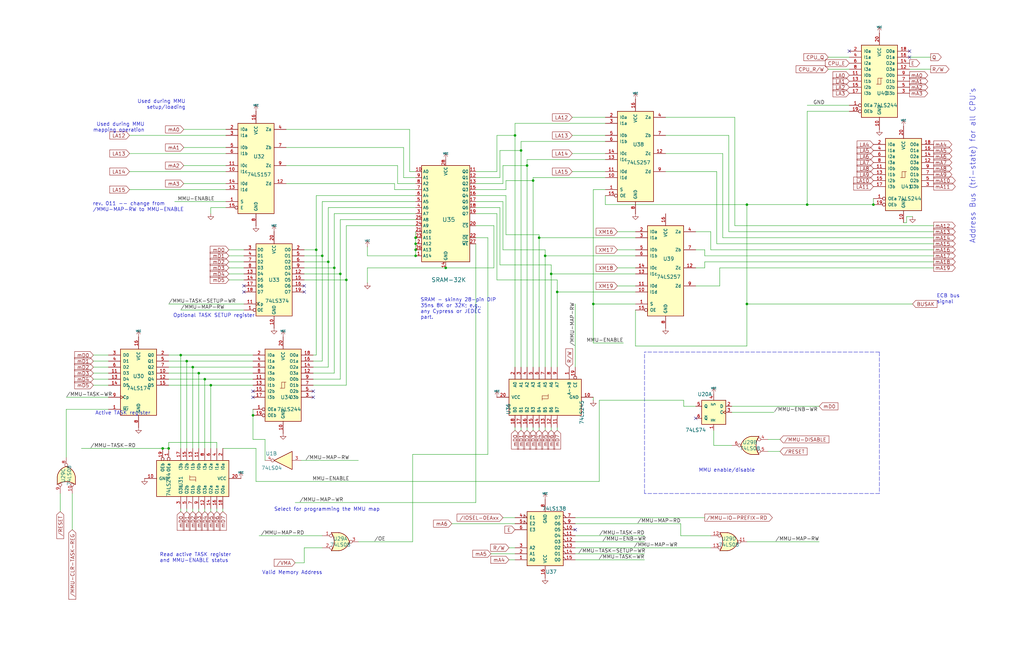
<source format=kicad_sch>
(kicad_sch (version 20231120) (generator "eeschema") (generator_version "8.0")
  (paper "B")
  (title_block (title "6809 and 6502 ATX and 6U") (date "19 feb 2014") (rev "012") (company "N8VEM Users Group") (comment 1 "Licensed for hobbyist use only.  All other rights reserved.") (comment 2 "Copyright (c) 2013-2014  Andrew Lynch and John Coffman"))
  (lib_symbols
    (symbol "74xx:74LS04"
      (property "Reference" "U" (at 0 1.27 0))
      (property "Value" "74LS04" (at 0 -1.27 0))
      (symbol "74LS04_1_0"
        (pin input line (at -7.62 0 0) (length 3.81) (name "~") (number "1"))
        (pin output inverted (at 7.62 0 180) (length 3.81) (name "~") (number "2"))
      )
      (symbol "74LS04_2_0"
        (pin input line (at -7.62 0 0) (length 3.81) (name "~") (number "3"))
        (pin output inverted (at 7.62 0 180) (length 3.81) (name "~") (number "4"))
      )
      (symbol "74LS04_3_0"
        (pin input line (at -7.62 0 0) (length 3.81) (name "~") (number "5"))
        (pin output inverted (at 7.62 0 180) (length 3.81) (name "~") (number "6"))
      )
      (symbol "74LS04_4_0"
        (pin output inverted (at 7.62 0 180) (length 3.81) (name "~") (number "8"))
        (pin input line (at -7.62 0 0) (length 3.81) (name "~") (number "9"))
      )
      (symbol "74LS04_5_0"
        (pin output inverted (at 7.62 0 180) (length 3.81) (name "~") (number "10"))
        (pin input line (at -7.62 0 0) (length 3.81) (name "~") (number "11"))
      )
      (symbol "74LS04_6_0"
        (pin output inverted (at 7.62 0 180) (length 3.81) (name "~") (number "12"))
        (pin input line (at -7.62 0 0) (length 3.81) (name "~") (number "13"))
      )
      (symbol "74LS04_7_0"
        (pin power_in line (at 0 12.7 270) (length 5.08) (name "VCC") (number "14"))
        (pin power_in line (at 0 -12.7 90) (length 5.08) (name "GND") (number "7"))
      )
    )
    (symbol "74xx:74LS08" (pin_names (offset 1.016))
      (property "Reference" "U" (at 0 1.27 0))
      (property "Value" "74LS08" (at 0 -1.27 0))
      (symbol "74LS08_1_1"
        (pin input line (at -7.62 2.54 0) (length 3.81) (name "~") (number "1"))
        (pin input line (at -7.62 -2.54 0) (length 3.81) (name "~") (number "2"))
        (pin output line (at 7.62 0 180) (length 3.81) (name "~") (number "3"))
      )
      (symbol "74LS08_1_2"
        (pin input inverted (at -7.62 2.54 0) (length 4.318) (name "~") (number "1"))
        (pin input inverted (at -7.62 -2.54 0) (length 4.318) (name "~") (number "2"))
        (pin output inverted (at 7.62 0 180) (length 3.81) (name "~") (number "3"))
      )
      (symbol "74LS08_2_1"
        (pin input line (at -7.62 2.54 0) (length 3.81) (name "~") (number "4"))
        (pin input line (at -7.62 -2.54 0) (length 3.81) (name "~") (number "5"))
        (pin output line (at 7.62 0 180) (length 3.81) (name "~") (number "6"))
      )
      (symbol "74LS08_2_2"
        (pin input inverted (at -7.62 2.54 0) (length 4.318) (name "~") (number "4"))
        (pin input inverted (at -7.62 -2.54 0) (length 4.318) (name "~") (number "5"))
        (pin output inverted (at 7.62 0 180) (length 3.81) (name "~") (number "6"))
      )
      (symbol "74LS08_3_1"
        (pin input line (at -7.62 -2.54 0) (length 3.81) (name "~") (number "10"))
        (pin output line (at 7.62 0 180) (length 3.81) (name "~") (number "8"))
        (pin input line (at -7.62 2.54 0) (length 3.81) (name "~") (number "9"))
      )
      (symbol "74LS08_3_2"
        (pin input inverted (at -7.62 -2.54 0) (length 4.318) (name "~") (number "10"))
        (pin output inverted (at 7.62 0 180) (length 3.81) (name "~") (number "8"))
        (pin input inverted (at -7.62 2.54 0) (length 4.318) (name "~") (number "9"))
      )
      (symbol "74LS08_4_1"
        (pin output line (at 7.62 0 180) (length 3.81) (name "~") (number "11"))
        (pin input line (at -7.62 2.54 0) (length 3.81) (name "~") (number "12"))
        (pin input line (at -7.62 -2.54 0) (length 3.81) (name "~") (number "13"))
      )
      (symbol "74LS08_4_2"
        (pin output inverted (at 7.62 0 180) (length 3.81) (name "~") (number "11"))
        (pin input inverted (at -7.62 2.54 0) (length 4.318) (name "~") (number "12"))
        (pin input inverted (at -7.62 -2.54 0) (length 4.318) (name "~") (number "13"))
      )
      (symbol "74LS08_5_0"
        (pin power_in line (at 0 12.7 270) (length 5.08) (name "VCC") (number "14"))
        (pin power_in line (at 0 -12.7 90) (length 5.08) (name "GND") (number "7"))
      )
    )
    (symbol "74xx:74LS138" (pin_names (offset 1.016))
      (property "Reference" "U" (at -7.62 11.43 0))
      (property "Value" "74LS138" (at -7.62 -13.97 0))
      (symbol "74LS138_1_0"
        (pin input line (at -12.7 7.62 0) (length 5.08) (name "A0") (number "1"))
        (pin output output_low (at 12.7 -5.08 180) (length 5.08) (name "O5") (number "10"))
        (pin output output_low (at 12.7 -2.54 180) (length 5.08) (name "O4") (number "11"))
        (pin output output_low (at 12.7 0 180) (length 5.08) (name "O3") (number "12"))
        (pin output output_low (at 12.7 2.54 180) (length 5.08) (name "O2") (number "13"))
        (pin output output_low (at 12.7 5.08 180) (length 5.08) (name "O1") (number "14"))
        (pin output output_low (at 12.7 7.62 180) (length 5.08) (name "O0") (number "15"))
        (pin power_in line (at 0 15.24 270) (length 5.08) (name "VCC") (number "16"))
        (pin input line (at -12.7 5.08 0) (length 5.08) (name "A1") (number "2"))
        (pin input line (at -12.7 2.54 0) (length 5.08) (name "A2") (number "3"))
        (pin input input_low (at -12.7 -10.16 0) (length 5.08) (name "E1") (number "4"))
        (pin input input_low (at -12.7 -7.62 0) (length 5.08) (name "E2") (number "5"))
        (pin input line (at -12.7 -5.08 0) (length 5.08) (name "E3") (number "6"))
        (pin output output_low (at 12.7 -10.16 180) (length 5.08) (name "O7") (number "7"))
        (pin power_in line (at 0 -17.78 90) (length 5.08) (name "GND") (number "8"))
        (pin output output_low (at 12.7 -7.62 180) (length 5.08) (name "O6") (number "9"))
      )
    )
    (symbol "74xx:74LS157" (pin_names (offset 1.016))
      (property "Reference" "U" (at -7.62 19.05 0))
      (property "Value" "74LS157" (at -7.62 -21.59 0))
      (symbol "74LS157_1_0"
        (pin input line (at -12.7 -15.24 0) (length 5.08) (name "S") (number "1"))
        (pin input line (at -12.7 -2.54 0) (length 5.08) (name "I1c") (number "10"))
        (pin input line (at -12.7 0 0) (length 5.08) (name "I0c") (number "11"))
        (pin output line (at 12.7 -7.62 180) (length 5.08) (name "Zd") (number "12"))
        (pin input line (at -12.7 -10.16 0) (length 5.08) (name "I1d") (number "13"))
        (pin input line (at -12.7 -7.62 0) (length 5.08) (name "I0d") (number "14"))
        (pin input inverted (at -12.7 -17.78 0) (length 5.08) (name "E") (number "15"))
        (pin power_in line (at 0 22.86 270) (length 5.08) (name "VCC") (number "16"))
        (pin input line (at -12.7 15.24 0) (length 5.08) (name "I0a") (number "2"))
        (pin input line (at -12.7 12.7 0) (length 5.08) (name "I1a") (number "3"))
        (pin output line (at 12.7 15.24 180) (length 5.08) (name "Za") (number "4"))
        (pin input line (at -12.7 7.62 0) (length 5.08) (name "I0b") (number "5"))
        (pin input line (at -12.7 5.08 0) (length 5.08) (name "I1b") (number "6"))
        (pin output line (at 12.7 7.62 180) (length 5.08) (name "Zb") (number "7"))
        (pin power_in line (at 0 -25.4 90) (length 5.08) (name "GND") (number "8"))
        (pin output line (at 12.7 0 180) (length 5.08) (name "Zc") (number "9"))
      )
    )
    (symbol "74xx:74LS174" (pin_names (offset 1.016))
      (property "Reference" "U" (at -7.62 13.97 0))
      (property "Value" "74LS174" (at -7.62 -16.51 0))
      (symbol "74LS174_1_0"
        (pin input line (at -12.7 -12.7 0) (length 5.08) (name "~{Mr}") (number "1"))
        (pin output line (at 12.7 2.54 180) (length 5.08) (name "Q3") (number "10"))
        (pin input line (at -12.7 2.54 0) (length 5.08) (name "D3") (number "11"))
        (pin output line (at 12.7 0 180) (length 5.08) (name "Q4") (number "12"))
        (pin input line (at -12.7 0 0) (length 5.08) (name "D4") (number "13"))
        (pin input line (at -12.7 -2.54 0) (length 5.08) (name "D5") (number "14"))
        (pin output line (at 12.7 -2.54 180) (length 5.08) (name "Q5") (number "15"))
        (pin power_in line (at 0 17.78 270) (length 5.08) (name "VCC") (number "16"))
        (pin output line (at 12.7 10.16 180) (length 5.08) (name "Q0") (number "2"))
        (pin input line (at -12.7 10.16 0) (length 5.08) (name "D0") (number "3"))
        (pin input line (at -12.7 7.62 0) (length 5.08) (name "D1") (number "4"))
        (pin output line (at 12.7 7.62 180) (length 5.08) (name "Q1") (number "5"))
        (pin input line (at -12.7 5.08 0) (length 5.08) (name "D2") (number "6"))
        (pin output line (at 12.7 5.08 180) (length 5.08) (name "Q2") (number "7"))
        (pin power_in line (at 0 -20.32 90) (length 5.08) (name "GND") (number "8"))
        (pin input clock (at -12.7 -7.62 0) (length 5.08) (name "Cp") (number "9"))
      )
    )
    (symbol "74xx:74LS244" (pin_names (offset 1.016))
      (property "Reference" "U" (at -7.62 16.51 0))
      (property "Value" "74LS244" (at -7.62 -16.51 0))
      (symbol "74LS244_1_0"
        (pin input inverted (at -12.7 -10.16 0) (length 5.08) (name "OEa") (number "1"))
        (pin power_in line (at 0 -20.32 90) (length 5.08) (name "GND") (number "10"))
        (pin input line (at -12.7 2.54 0) (length 5.08) (name "I0b") (number "11"))
        (pin tri_state line (at 12.7 5.08 180) (length 5.08) (name "O3a") (number "12"))
        (pin input line (at -12.7 0 0) (length 5.08) (name "I1b") (number "13"))
        (pin tri_state line (at 12.7 7.62 180) (length 5.08) (name "O2a") (number "14"))
        (pin input line (at -12.7 -2.54 0) (length 5.08) (name "I2b") (number "15"))
        (pin tri_state line (at 12.7 10.16 180) (length 5.08) (name "O1a") (number "16"))
        (pin input line (at -12.7 -5.08 0) (length 5.08) (name "I3b") (number "17"))
        (pin tri_state line (at 12.7 12.7 180) (length 5.08) (name "O0a") (number "18"))
        (pin input inverted (at -12.7 -12.7 0) (length 5.08) (name "OEb") (number "19"))
        (pin input line (at -12.7 12.7 0) (length 5.08) (name "I0a") (number "2"))
        (pin power_in line (at 0 20.32 270) (length 5.08) (name "VCC") (number "20"))
        (pin tri_state line (at 12.7 -5.08 180) (length 5.08) (name "O3b") (number "3"))
        (pin input line (at -12.7 10.16 0) (length 5.08) (name "I1a") (number "4"))
        (pin tri_state line (at 12.7 -2.54 180) (length 5.08) (name "O2b") (number "5"))
        (pin input line (at -12.7 7.62 0) (length 5.08) (name "I2a") (number "6"))
        (pin tri_state line (at 12.7 0 180) (length 5.08) (name "O1b") (number "7"))
        (pin input line (at -12.7 5.08 0) (length 5.08) (name "I3a") (number "8"))
        (pin tri_state line (at 12.7 2.54 180) (length 5.08) (name "O0b") (number "9"))
      )
    )
    (symbol "74xx:74LS245" (pin_names (offset 1.016))
      (property "Reference" "U" (at -7.62 16.51 0))
      (property "Value" "74LS245" (at -7.62 -16.51 0))
      (symbol "74LS245_1_0"
        (pin input line (at -12.7 -10.16 0) (length 5.08) (name "A->B") (number "1"))
        (pin power_in line (at 0 -20.32 90) (length 5.08) (name "GND") (number "10"))
        (pin tri_state line (at 12.7 -5.08 180) (length 5.08) (name "B7") (number "11"))
        (pin tri_state line (at 12.7 -2.54 180) (length 5.08) (name "B6") (number "12"))
        (pin tri_state line (at 12.7 0 180) (length 5.08) (name "B5") (number "13"))
        (pin tri_state line (at 12.7 2.54 180) (length 5.08) (name "B4") (number "14"))
        (pin tri_state line (at 12.7 5.08 180) (length 5.08) (name "B3") (number "15"))
        (pin tri_state line (at 12.7 7.62 180) (length 5.08) (name "B2") (number "16"))
        (pin tri_state line (at 12.7 10.16 180) (length 5.08) (name "B1") (number "17"))
        (pin tri_state line (at 12.7 12.7 180) (length 5.08) (name "B0") (number "18"))
        (pin input inverted (at -12.7 -12.7 0) (length 5.08) (name "CE") (number "19"))
        (pin tri_state line (at -12.7 12.7 0) (length 5.08) (name "A0") (number "2"))
        (pin power_in line (at 0 20.32 270) (length 5.08) (name "VCC") (number "20"))
        (pin tri_state line (at -12.7 10.16 0) (length 5.08) (name "A1") (number "3"))
        (pin tri_state line (at -12.7 7.62 0) (length 5.08) (name "A2") (number "4"))
        (pin tri_state line (at -12.7 5.08 0) (length 5.08) (name "A3") (number "5"))
        (pin tri_state line (at -12.7 2.54 0) (length 5.08) (name "A4") (number "6"))
        (pin tri_state line (at -12.7 0 0) (length 5.08) (name "A5") (number "7"))
        (pin tri_state line (at -12.7 -2.54 0) (length 5.08) (name "A6") (number "8"))
        (pin tri_state line (at -12.7 -5.08 0) (length 5.08) (name "A7") (number "9"))
      )
    )
    (symbol "74xx:74LS257" (pin_names (offset 1.016))
      (property "Reference" "U" (at -7.62 19.05 0))
      (property "Value" "74LS257" (at -7.62 -21.59 0))
      (symbol "74LS257_1_0"
        (pin input line (at -12.7 -15.24 0) (length 5.08) (name "S") (number "1"))
        (pin input line (at -12.7 -10.16 0) (length 5.08) (name "I1d") (number "10"))
        (pin input line (at -12.7 -7.62 0) (length 5.08) (name "I0d") (number "11"))
        (pin tri_state line (at 12.7 0 180) (length 5.08) (name "Zc") (number "12"))
        (pin input line (at -12.7 -2.54 0) (length 5.08) (name "I1c") (number "13"))
        (pin input line (at -12.7 0 0) (length 5.08) (name "I0c") (number "14"))
        (pin input inverted (at -12.7 -17.78 0) (length 5.08) (name "OE") (number "15"))
        (pin power_in line (at 0 22.86 270) (length 5.08) (name "VCC") (number "16"))
        (pin input line (at -12.7 15.24 0) (length 5.08) (name "I0a") (number "2"))
        (pin input line (at -12.7 12.7 0) (length 5.08) (name "I1a") (number "3"))
        (pin tri_state line (at 12.7 15.24 180) (length 5.08) (name "Za") (number "4"))
        (pin input line (at -12.7 7.62 0) (length 5.08) (name "I0b") (number "5"))
        (pin input line (at -12.7 5.08 0) (length 5.08) (name "I1b") (number "6"))
        (pin tri_state line (at 12.7 7.62 180) (length 5.08) (name "Zb") (number "7"))
        (pin power_in line (at 0 -25.4 90) (length 5.08) (name "GND") (number "8"))
        (pin tri_state line (at 12.7 -7.62 180) (length 5.08) (name "Zd") (number "9"))
      )
    )
    (symbol "74xx:74LS374"
      (property "Reference" "U" (at -7.62 16.51 0))
      (property "Value" "74LS374" (at -7.62 -16.51 0))
      (symbol "74LS374_1_0"
        (pin input inverted (at -12.7 -12.7 0) (length 5.08) (name "OE") (number "1"))
        (pin power_in line (at 0 -20.32 90) (length 5.08) (name "GND") (number "10"))
        (pin input clock (at -12.7 -10.16 0) (length 5.08) (name "Cp") (number "11"))
        (pin tri_state line (at 12.7 2.54 180) (length 5.08) (name "O4") (number "12"))
        (pin input line (at -12.7 2.54 0) (length 5.08) (name "D4") (number "13"))
        (pin input line (at -12.7 0 0) (length 5.08) (name "D5") (number "14"))
        (pin tri_state line (at 12.7 0 180) (length 5.08) (name "O5") (number "15"))
        (pin tri_state line (at 12.7 -2.54 180) (length 5.08) (name "O6") (number "16"))
        (pin input line (at -12.7 -2.54 0) (length 5.08) (name "D6") (number "17"))
        (pin input line (at -12.7 -5.08 0) (length 5.08) (name "D7") (number "18"))
        (pin tri_state line (at 12.7 -5.08 180) (length 5.08) (name "O7") (number "19"))
        (pin tri_state line (at 12.7 12.7 180) (length 5.08) (name "O0") (number "2"))
        (pin power_in line (at 0 20.32 270) (length 5.08) (name "VCC") (number "20"))
        (pin input line (at -12.7 12.7 0) (length 5.08) (name "D0") (number "3"))
        (pin input line (at -12.7 10.16 0) (length 5.08) (name "D1") (number "4"))
        (pin tri_state line (at 12.7 10.16 180) (length 5.08) (name "O1") (number "5"))
        (pin tri_state line (at 12.7 7.62 180) (length 5.08) (name "O2") (number "6"))
        (pin input line (at -12.7 7.62 0) (length 5.08) (name "D2") (number "7"))
        (pin input line (at -12.7 5.08 0) (length 5.08) (name "D3") (number "8"))
        (pin tri_state line (at 12.7 5.08 180) (length 5.08) (name "O3") (number "9"))
      )
    )
    (symbol "74xx:74LS74" (pin_names (offset 1.016))
      (property "Reference" "U" (at -7.62 8.89 0))
      (property "Value" "74LS74" (at -7.62 -8.89 0))
      (symbol "74LS74_1_0"
        (pin input line (at 0 -7.62 90) (length 2.54) (name "~{R}") (number "1"))
        (pin input line (at -7.62 2.54 0) (length 2.54) (name "D") (number "2"))
        (pin input clock (at -7.62 0 0) (length 2.54) (name "C") (number "3"))
        (pin input line (at 0 7.62 270) (length 2.54) (name "~{S}") (number "4"))
        (pin output line (at 7.62 2.54 180) (length 2.54) (name "Q") (number "5"))
        (pin output line (at 7.62 -2.54 180) (length 2.54) (name "~{Q}") (number "6"))
      )
      (symbol "74LS74_2_0"
        (pin input line (at 0 7.62 270) (length 2.54) (name "~{S}") (number "10"))
        (pin input clock (at -7.62 0 0) (length 2.54) (name "C") (number "11"))
        (pin input line (at -7.62 2.54 0) (length 2.54) (name "D") (number "12"))
        (pin input line (at 0 -7.62 90) (length 2.54) (name "~{R}") (number "13"))
        (pin output line (at 7.62 -2.54 180) (length 2.54) (name "~{Q}") (number "8"))
        (pin output line (at 7.62 2.54 180) (length 2.54) (name "Q") (number "9"))
      )
      (symbol "74LS74_3_0"
        (pin power_in line (at 0 10.16 270) (length 2.54) (name "VCC") (number "14"))
        (pin power_in line (at 0 -10.16 90) (length 2.54) (name "GND") (number "7"))
      )
    )
    (symbol "Memory_RAM:CY62256-70PC"
      (property "Reference" "U" (at -10.16 20.955 0))
      (property "Value" "CY62256-70PC" (at 2.54 20.955 0))
      (symbol "CY62256-70PC_0_0"
        (pin power_in line (at 0 -22.86 90) (length 2.54) (name "GND") (number "14"))
        (pin power_in line (at 0 22.86 270) (length 2.54) (name "VCC") (number "28"))
      )
      (symbol "CY62256-70PC_1_1"
        (pin input line (at -12.7 -17.78 0) (length 2.54) (name "A14") (number "1"))
        (pin input line (at -12.7 17.78 0) (length 2.54) (name "A0") (number "10"))
        (pin tri_state line (at 12.7 17.78 180) (length 2.54) (name "Q0") (number "11"))
        (pin tri_state line (at 12.7 15.24 180) (length 2.54) (name "Q1") (number "12"))
        (pin tri_state line (at 12.7 12.7 180) (length 2.54) (name "Q2") (number "13"))
        (pin tri_state line (at 12.7 10.16 180) (length 2.54) (name "Q3") (number "15"))
        (pin tri_state line (at 12.7 7.62 180) (length 2.54) (name "Q4") (number "16"))
        (pin tri_state line (at 12.7 5.08 180) (length 2.54) (name "Q5") (number "17"))
        (pin tri_state line (at 12.7 2.54 180) (length 2.54) (name "Q6") (number "18"))
        (pin tri_state line (at 12.7 0 180) (length 2.54) (name "Q7") (number "19"))
        (pin input line (at -12.7 -12.7 0) (length 2.54) (name "A12") (number "2"))
        (pin input line (at 12.7 -5.08 180) (length 2.54) (name "~{CS}") (number "20"))
        (pin input line (at -12.7 -7.62 0) (length 2.54) (name "A10") (number "21"))
        (pin input line (at 12.7 -10.16 180) (length 2.54) (name "~{OE}") (number "22"))
        (pin input line (at -12.7 -10.16 0) (length 2.54) (name "A11") (number "23"))
        (pin input line (at -12.7 -5.08 0) (length 2.54) (name "A9") (number "24"))
        (pin input line (at -12.7 -2.54 0) (length 2.54) (name "A8") (number "25"))
        (pin input line (at -12.7 -15.24 0) (length 2.54) (name "A13") (number "26"))
        (pin input line (at 12.7 -12.7 180) (length 2.54) (name "~{WE}") (number "27"))
        (pin input line (at -12.7 0 0) (length 2.54) (name "A7") (number "3"))
        (pin input line (at -12.7 2.54 0) (length 2.54) (name "A6") (number "4"))
        (pin input line (at -12.7 5.08 0) (length 2.54) (name "A5") (number "5"))
        (pin input line (at -12.7 7.62 0) (length 2.54) (name "A4") (number "6"))
        (pin input line (at -12.7 10.16 0) (length 2.54) (name "A3") (number "7"))
        (pin input line (at -12.7 12.7 0) (length 2.54) (name "A2") (number "8"))
        (pin input line (at -12.7 15.24 0) (length 2.54) (name "A1") (number "9"))
      )
    )
    (symbol "power:GND" (power) (pin_numbers hide) (pin_names (offset 0) hide)
      (property "Value" "GND" (at 0 -3.81 0))
      (symbol "GND_1_1"
        (pin power_in line (at 0 0 270) (length 0) (name "~") (number "1"))
      )
    )
    (symbol "power:VCC" (power) (pin_numbers hide) (pin_names (offset 0) hide)
      (property "Value" "VCC" (at 0 3.556 0))
      (symbol "VCC_1_1"
        (pin power_in line (at 0 0 90) (length 0) (name "~") (number "1"))
      )
    )
  )
  (junction (at 146.05 118.11))
  (junction (at 187.96 113.03))
  (junction (at 368.3 86.36))
  (junction (at 76.2 149.86))
  (junction (at 227.33 100.33))
  (junction (at 83.82 157.48))
  (junction (at 224.79 76.2))
  (junction (at 175.26 102.87))
  (junction (at 71.12 189.23))
  (junction (at 143.51 115.57))
  (junction (at 219.71 63.5))
  (junction (at 78.74 152.4))
  (junction (at 175.26 107.95))
  (junction (at 217.17 57.15))
  (junction (at 229.87 107.95))
  (junction (at 68.58 189.23))
  (junction (at 106.68 175.26))
  (junction (at 81.28 154.94))
  (junction (at 175.26 100.33))
  (junction (at 222.25 69.85))
  (junction (at 340.36 86.36))
  (junction (at 140.97 113.03))
  (junction (at 250.19 128.27))
  (junction (at 133.35 105.41))
  (junction (at 138.43 110.49))
  (junction (at 232.41 115.57))
  (junction (at 88.9 162.56))
  (junction (at 175.26 105.41))
  (junction (at 314.96 128.27))
  (junction (at 86.36 160.02))
  (junction (at 314.96 86.36))
  (junction (at 135.89 107.95))
  (junction (at 234.95 123.19))
  (no_connect (at 383.54 21.59))
  (no_connect (at 293.37 176.53))
  (no_connect (at 128.27 123.19))
  (no_connect (at 242.57 223.52))
  (no_connect (at 106.68 167.64))
  (no_connect (at 102.87 120.65))
  (no_connect (at 106.68 165.1))
  (no_connect (at 358.14 21.59))
  (no_connect (at 128.27 120.65))
  (no_connect (at 132.08 165.1))
  (no_connect (at 383.54 24.13))
  (no_connect (at 102.87 123.19))
  (no_connect (at 132.08 167.64))
  (wire (pts (xy 96.52 113.03) (xy 102.87 113.03)))
  (wire (pts (xy 393.7 110.49) (xy 297.18 110.49)))
  (wire (pts (xy 229.87 105.41) (xy 229.87 107.95)))
  (wire (pts (xy 106.68 185.42) (xy 111.76 185.42)))
  (wire (pts (xy 200.66 100.33) (xy 205.74 100.33)))
  (wire (pts (xy 133.35 149.86) (xy 133.35 105.41)))
  (wire (pts (xy 132.08 160.02) (xy 143.51 160.02)))
  (wire (pts (xy 242.57 231.14) (xy 299.72 231.14)))
  (wire (pts (xy 212.09 77.47) (xy 212.09 69.85)))
  (wire (pts (xy 76.2 149.86) (xy 71.12 149.86)))
  (wire (pts (xy 300.99 181.61) (xy 300.99 187.96)))
  (wire (pts (xy 252.73 168.91) (xy 288.29 168.91)))
  (wire (pts (xy 39.37 152.4) (xy 45.72 152.4)))
  (polyline (pts (xy 370.84 148.59) (xy 370.84 208.28)) (stroke (width 0) (type dash)))
  (wire (pts (xy 88.9 162.56) (xy 106.68 162.56)))
  (wire (pts (xy 242.57 226.06) (xy 271.78 226.06)))
  (wire (pts (xy 212.09 105.41) (xy 212.09 85.09)))
  (wire (pts (xy 217.17 231.14) (xy 214.63 231.14)))
  (wire (pts (xy 88.9 189.23) (xy 88.9 162.56)))
  (wire (pts (xy 205.74 100.33) (xy 205.74 191.77)))
  (wire (pts (xy 227.33 154.94) (xy 227.33 100.33)))
  (wire (pts (xy 217.17 218.44) (xy 212.09 218.44)))
  (wire (pts (xy 172.72 54.61) (xy 172.72 72.39)))
  (wire (pts (xy 302.26 72.39) (xy 302.26 102.87)))
  (wire (pts (xy 280.67 72.39) (xy 302.26 72.39)))
  (wire (pts (xy 132.08 149.86) (xy 133.35 149.86)))
  (wire (pts (xy 81.28 154.94) (xy 71.12 154.94)))
  (wire (pts (xy 140.97 113.03) (xy 140.97 157.48)))
  (wire (pts (xy 232.41 115.57) (xy 232.41 111.76)))
  (wire (pts (xy 81.28 215.9) (xy 81.28 214.63)))
  (wire (pts (xy 280.67 57.15) (xy 307.34 57.15)))
  (wire (pts (xy 381 93.98) (xy 382.27 93.98)))
  (wire (pts (xy 302.26 102.87) (xy 393.7 102.87)))
  (wire (pts (xy 314.96 128.27) (xy 314.96 146.05)))
  (wire (pts (xy 200.66 85.09) (xy 212.09 85.09)))
  (wire (pts (xy 242.57 128.27) (xy 242.57 154.94)))
  (wire (pts (xy 314.96 86.36) (xy 340.36 86.36)))
  (wire (pts (xy 200.66 80.01) (xy 213.36 80.01)))
  (wire (pts (xy 124.46 212.09) (xy 200.66 212.09)))
  (wire (pts (xy 27.94 172.72) (xy 27.94 193.04)))
  (wire (pts (xy 175.26 74.93) (xy 170.18 74.93)))
  (wire (pts (xy 241.3 57.15) (xy 255.27 57.15)))
  (wire (pts (xy 219.71 154.94) (xy 219.71 63.5)))
  (wire (pts (xy 260.35 97.79) (xy 267.97 97.79)))
  (wire (pts (xy 309.88 49.53) (xy 309.88 95.25)))
  (wire (pts (xy 234.95 154.94) (xy 234.95 123.19)))
  (wire (pts (xy 120.65 62.23) (xy 170.18 62.23)))
  (wire (pts (xy 307.34 97.79) (xy 393.7 97.79)))
  (wire (pts (xy 96.52 110.49) (xy 102.87 110.49)))
  (wire (pts (xy 143.51 92.71) (xy 143.51 115.57)))
  (wire (pts (xy 217.17 52.07) (xy 217.17 57.15)))
  (wire (pts (xy 250.19 80.01) (xy 255.27 80.01)))
  (wire (pts (xy 242.57 233.68) (xy 271.78 233.68)))
  (wire (pts (xy 260.35 105.41) (xy 267.97 105.41)))
  (wire (pts (xy 83.82 215.9) (xy 83.82 214.63)))
  (wire (pts (xy 54.61 57.15) (xy 95.25 57.15)))
  (wire (pts (xy 54.61 64.77) (xy 95.25 64.77)))
  (wire (pts (xy 300.99 187.96) (xy 308.61 187.96)))
  (wire (pts (xy 229.87 181.61) (xy 229.87 180.34)))
  (wire (pts (xy 86.36 215.9) (xy 86.36 214.63)))
  (wire (pts (xy 383.54 24.13) (xy 392.43 24.13)))
  (wire (pts (xy 232.41 181.61) (xy 232.41 180.34)))
  (wire (pts (xy 382.27 93.98) (xy 382.27 91.44)))
  (wire (pts (xy 234.95 181.61) (xy 234.95 180.34)))
  (polyline (pts (xy 370.84 148.59) (xy 271.78 148.59)) (stroke (width 0) (type dash)))
  (wire (pts (xy 297.18 105.41) (xy 297.18 107.95)))
  (wire (pts (xy 96.52 107.95) (xy 102.87 107.95)))
  (wire (pts (xy 208.28 113.03) (xy 187.96 113.03)))
  (wire (pts (xy 260.35 113.03) (xy 267.97 113.03)))
  (wire (pts (xy 252.73 168.91) (xy 252.73 203.2)))
  (wire (pts (xy 86.36 189.23) (xy 86.36 160.02)))
  (wire (pts (xy 308.61 171.45) (xy 345.44 171.45)))
  (wire (pts (xy 314.96 146.05) (xy 267.97 146.05)))
  (wire (pts (xy 120.65 77.47) (xy 166.37 77.47)))
  (wire (pts (xy 39.37 149.86) (xy 45.72 149.86)))
  (wire (pts (xy 128.27 237.49) (xy 128.27 231.14)))
  (wire (pts (xy 217.17 181.61) (xy 217.17 180.34)))
  (wire (pts (xy 358.14 46.99) (xy 340.36 46.99)))
  (wire (pts (xy 293.37 113.03) (xy 297.18 113.03)))
  (wire (pts (xy 234.95 118.11) (xy 209.55 118.11)))
  (wire (pts (xy 340.36 46.99) (xy 340.36 86.36)))
  (wire (pts (xy 154.94 107.95) (xy 175.26 107.95)))
  (wire (pts (xy 167.64 77.47) (xy 175.26 77.47)))
  (wire (pts (xy 242.57 218.44) (xy 297.18 218.44)))
  (wire (pts (xy 175.26 85.09) (xy 135.89 85.09)))
  (wire (pts (xy 96.52 105.41) (xy 102.87 105.41)))
  (wire (pts (xy 93.98 215.9) (xy 93.98 214.63)))
  (wire (pts (xy 242.57 236.22) (xy 271.78 236.22)))
  (wire (pts (xy 68.58 189.23) (xy 71.12 189.23)))
  (wire (pts (xy 73.66 85.09) (xy 95.25 85.09)))
  (wire (pts (xy 210.82 111.76) (xy 232.41 111.76)))
  (wire (pts (xy 154.94 113.03) (xy 154.94 119.38)))
  (wire (pts (xy 209.55 57.15) (xy 217.17 57.15)))
  (wire (pts (xy 190.5 220.98) (xy 217.17 220.98)))
  (wire (pts (xy 200.66 95.25) (xy 208.28 95.25)))
  (wire (pts (xy 210.82 87.63) (xy 210.82 111.76)))
  (wire (pts (xy 128.27 113.03) (xy 140.97 113.03)))
  (wire (pts (xy 128.27 231.14) (xy 135.89 231.14)))
  (wire (pts (xy 77.47 77.47) (xy 95.25 77.47)))
  (wire (pts (xy 45.72 167.64) (xy 27.94 167.64)))
  (wire (pts (xy 224.79 181.61) (xy 224.79 180.34)))
  (wire (pts (xy 227.33 100.33) (xy 227.33 99.06)))
  (wire (pts (xy 140.97 157.48) (xy 132.08 157.48)))
  (wire (pts (xy 175.26 95.25) (xy 146.05 95.25)))
  (wire (pts (xy 30.48 208.28) (xy 30.48 223.52)))
  (wire (pts (xy 232.41 115.57) (xy 267.97 115.57)))
  (wire (pts (xy 120.65 69.85) (xy 167.64 69.85)))
  (wire (pts (xy 25.4 208.28) (xy 25.4 215.9)))
  (wire (pts (xy 91.44 189.23) (xy 91.44 186.69)))
  (wire (pts (xy 102.87 130.81) (xy 76.2 130.81)))
  (wire (pts (xy 111.76 185.42) (xy 111.76 194.31)))
  (wire (pts (xy 368.3 83.82) (xy 368.3 86.36)))
  (wire (pts (xy 109.22 226.06) (xy 135.89 226.06)))
  (wire (pts (xy 128.27 105.41) (xy 133.35 105.41)))
  (wire (pts (xy 219.71 63.5) (xy 210.82 63.5)))
  (wire (pts (xy 227.33 181.61) (xy 227.33 180.34)))
  (wire (pts (xy 81.28 154.94) (xy 106.68 154.94)))
  (wire (pts (xy 88.9 215.9) (xy 88.9 214.63)))
  (wire (pts (xy 250.19 128.27) (xy 250.19 144.78)))
  (wire (pts (xy 77.47 69.85) (xy 95.25 69.85)))
  (wire (pts (xy 39.37 154.94) (xy 45.72 154.94)))
  (wire (pts (xy 27.94 172.72) (xy 45.72 172.72)))
  (wire (pts (xy 299.72 97.79) (xy 293.37 97.79)))
  (wire (pts (xy 78.74 215.9) (xy 78.74 214.63)))
  (wire (pts (xy 222.25 67.31) (xy 222.25 69.85)))
  (wire (pts (xy 213.36 99.06) (xy 227.33 99.06)))
  (wire (pts (xy 175.26 90.17) (xy 140.97 90.17)))
  (wire (pts (xy 71.12 128.27) (xy 102.87 128.27)))
  (wire (pts (xy 255.27 86.36) (xy 314.96 86.36)))
  (wire (pts (xy 138.43 154.94) (xy 138.43 110.49)))
  (wire (pts (xy 210.82 63.5) (xy 210.82 74.93)))
  (wire (pts (xy 54.61 80.01) (xy 95.25 80.01)))
  (wire (pts (xy 107.95 203.2) (xy 252.73 203.2)))
  (wire (pts (xy 208.28 95.25) (xy 208.28 113.03)))
  (wire (pts (xy 128.27 110.49) (xy 138.43 110.49)))
  (wire (pts (xy 304.8 64.77) (xy 304.8 100.33)))
  (wire (pts (xy 151.13 228.6) (xy 173.99 228.6)))
  (wire (pts (xy 96.52 118.11) (xy 102.87 118.11)))
  (wire (pts (xy 212.09 69.85) (xy 222.25 69.85)))
  (wire (pts (xy 349.25 29.21) (xy 358.14 29.21)))
  (wire (pts (xy 326.39 173.99) (xy 308.61 173.99)))
  (wire (pts (xy 71.12 186.69) (xy 71.12 189.23)))
  (wire (pts (xy 54.61 72.39) (xy 95.25 72.39)))
  (wire (pts (xy 358.14 44.45) (xy 340.36 44.45)))
  (wire (pts (xy 209.55 118.11) (xy 209.55 90.17)))
  (wire (pts (xy 307.34 57.15) (xy 307.34 97.79)))
  (wire (pts (xy 299.72 105.41) (xy 299.72 97.79)))
  (wire (pts (xy 128.27 107.95) (xy 135.89 107.95)))
  (wire (pts (xy 328.93 185.42) (xy 323.85 185.42)))
  (wire (pts (xy 91.44 215.9) (xy 91.44 214.63)))
  (wire (pts (xy 241.3 49.53) (xy 255.27 49.53)))
  (wire (pts (xy 151.13 194.31) (xy 127 194.31)))
  (wire (pts (xy 222.25 154.94) (xy 222.25 69.85)))
  (wire (pts (xy 132.08 154.94) (xy 138.43 154.94)))
  (wire (pts (xy 167.64 69.85) (xy 167.64 77.47)))
  (wire (pts (xy 255.27 86.36) (xy 255.27 82.55)))
  (wire (pts (xy 205.74 191.77) (xy 173.99 191.77)))
  (wire (pts (xy 297.18 107.95) (xy 393.7 107.95)))
  (wire (pts (xy 106.68 175.26) (xy 106.68 185.42)))
  (wire (pts (xy 224.79 76.2) (xy 213.36 76.2)))
  (wire (pts (xy 135.89 152.4) (xy 132.08 152.4)))
  (wire (pts (xy 146.05 118.11) (xy 146.05 162.56)))
  (wire (pts (xy 200.66 102.87) (xy 200.66 212.09)))
  (wire (pts (xy 120.65 54.61) (xy 172.72 54.61)))
  (wire (pts (xy 76.2 189.23) (xy 76.2 149.86)))
  (wire (pts (xy 86.36 160.02) (xy 71.12 160.02)))
  (wire (pts (xy 91.44 186.69) (xy 71.12 186.69)))
  (wire (pts (xy 140.97 90.17) (xy 140.97 113.03)))
  (wire (pts (xy 293.37 105.41) (xy 297.18 105.41)))
  (wire (pts (xy 287.02 226.06) (xy 299.72 226.06)))
  (wire (pts (xy 200.66 77.47) (xy 212.09 77.47)))
  (polyline (pts (xy 271.78 208.28) (xy 271.78 148.59)) (stroke (width 0) (type dash)))
  (wire (pts (xy 83.82 157.48) (xy 106.68 157.48)))
  (wire (pts (xy 288.29 168.91) (xy 288.29 171.45)))
  (wire (pts (xy 255.27 74.93) (xy 224.79 74.93)))
  (wire (pts (xy 384.81 128.27) (xy 314.96 128.27)))
  (wire (pts (xy 222.25 181.61) (xy 222.25 180.34)))
  (wire (pts (xy 39.37 160.02) (xy 45.72 160.02)))
  (wire (pts (xy 213.36 76.2) (xy 213.36 80.01)))
  (wire (pts (xy 106.68 172.72) (xy 106.68 175.26)))
  (wire (pts (xy 34.29 189.23) (xy 68.58 189.23)))
  (wire (pts (xy 200.66 87.63) (xy 210.82 87.63)))
  (wire (pts (xy 86.36 160.02) (xy 106.68 160.02)))
  (wire (pts (xy 146.05 162.56) (xy 132.08 162.56)))
  (wire (pts (xy 340.36 86.36) (xy 368.3 86.36)))
  (wire (pts (xy 219.71 59.69) (xy 219.71 63.5)))
  (wire (pts (xy 83.82 157.48) (xy 71.12 157.48)))
  (wire (pts (xy 107.95 189.23) (xy 93.98 189.23)))
  (wire (pts (xy 255.27 59.69) (xy 219.71 59.69)))
  (wire (pts (xy 287.02 226.06) (xy 287.02 220.98)))
  (wire (pts (xy 143.51 160.02) (xy 143.51 115.57)))
  (wire (pts (xy 382.27 91.44) (xy 384.81 91.44)))
  (wire (pts (xy 250.19 80.01) (xy 250.19 128.27)))
  (wire (pts (xy 88.9 162.56) (xy 71.12 162.56)))
  (wire (pts (xy 314.96 228.6) (xy 345.44 228.6)))
  (wire (pts (xy 81.28 189.23) (xy 81.28 154.94)))
  (wire (pts (xy 83.82 189.23) (xy 83.82 157.48)))
  (wire (pts (xy 234.95 123.19) (xy 267.97 123.19)))
  (wire (pts (xy 303.53 120.65) (xy 303.53 113.03)))
  (wire (pts (xy 39.37 157.48) (xy 45.72 157.48)))
  (wire (pts (xy 260.35 120.65) (xy 267.97 120.65)))
  (wire (pts (xy 219.71 181.61) (xy 219.71 180.34)))
  (wire (pts (xy 143.51 92.71) (xy 175.26 92.71)))
  (wire (pts (xy 217.17 154.94) (xy 217.17 57.15)))
  (wire (pts (xy 76.2 215.9) (xy 76.2 214.63)))
  (wire (pts (xy 88.9 87.63) (xy 95.25 87.63)))
  (wire (pts (xy 393.7 100.33) (xy 304.8 100.33)))
  (wire (pts (xy 107.95 203.2) (xy 107.95 189.23)))
  (wire (pts (xy 267.97 146.05) (xy 267.97 130.81)))
  (wire (pts (xy 323.85 190.5) (xy 328.93 190.5)))
  (wire (pts (xy 232.41 154.94) (xy 232.41 115.57)))
  (wire (pts (xy 138.43 87.63) (xy 175.26 87.63)))
  (wire (pts (xy 214.63 236.22) (xy 217.17 236.22)))
  (wire (pts (xy 255.27 52.07) (xy 217.17 52.07)))
  (wire (pts (xy 175.26 105.41) (xy 175.26 107.95)))
  (wire (pts (xy 78.74 152.4) (xy 71.12 152.4)))
  (wire (pts (xy 135.89 107.95) (xy 135.89 152.4)))
  (wire (pts (xy 229.87 107.95) (xy 229.87 154.94)))
  (wire (pts (xy 227.33 100.33) (xy 267.97 100.33)))
  (wire (pts (xy 77.47 54.61) (xy 95.25 54.61)))
  (wire (pts (xy 77.47 62.23) (xy 95.25 62.23)))
  (wire (pts (xy 170.18 62.23) (xy 170.18 74.93)))
  (wire (pts (xy 200.66 90.17) (xy 209.55 90.17)))
  (wire (pts (xy 288.29 171.45) (xy 293.37 171.45)))
  (wire (pts (xy 280.67 49.53) (xy 309.88 49.53)))
  (wire (pts (xy 166.37 77.47) (xy 166.37 80.01)))
  (wire (pts (xy 314.96 86.36) (xy 314.96 128.27)))
  (wire (pts (xy 250.19 128.27) (xy 267.97 128.27)))
  (wire (pts (xy 242.57 228.6) (xy 271.78 228.6)))
  (wire (pts (xy 393.7 95.25) (xy 309.88 95.25)))
  (wire (pts (xy 154.94 113.03) (xy 187.96 113.03)))
  (wire (pts (xy 135.89 85.09) (xy 135.89 107.95)))
  (wire (pts (xy 287.02 220.98) (xy 242.57 220.98)))
  (polyline (pts (xy 370.84 208.28) (xy 271.78 208.28)) (stroke (width 0) (type dash)))
  (wire (pts (xy 154.94 104.14) (xy 154.94 107.95)))
  (wire (pts (xy 229.87 105.41) (xy 212.09 105.41)))
  (wire (pts (xy 213.36 82.55) (xy 213.36 99.06)))
  (wire (pts (xy 88.9 90.17) (xy 88.9 87.63)))
  (wire (pts (xy 241.3 72.39) (xy 255.27 72.39)))
  (wire (pts (xy 241.3 64.77) (xy 255.27 64.77)))
  (wire (pts (xy 234.95 123.19) (xy 234.95 118.11)))
  (wire (pts (xy 200.66 72.39) (xy 209.55 72.39)))
  (wire (pts (xy 200.66 74.93) (xy 210.82 74.93)))
  (wire (pts (xy 128.27 115.57) (xy 143.51 115.57)))
  (wire (pts (xy 76.2 149.86) (xy 106.68 149.86)))
  (wire (pts (xy 224.79 154.94) (xy 224.79 76.2)))
  (wire (pts (xy 133.35 82.55) (xy 133.35 105.41)))
  (wire (pts (xy 175.26 100.33) (xy 175.26 102.87)))
  (wire (pts (xy 229.87 107.95) (xy 267.97 107.95)))
  (wire (pts (xy 128.27 118.11) (xy 146.05 118.11)))
  (wire (pts (xy 172.72 72.39) (xy 175.26 72.39)))
  (wire (pts (xy 96.52 115.57) (xy 102.87 115.57)))
  (wire (pts (xy 297.18 113.03) (xy 297.18 110.49)))
  (wire (pts (xy 207.01 233.68) (xy 217.17 233.68)))
  (wire (pts (xy 175.26 97.79) (xy 175.26 100.33)))
  (wire (pts (xy 349.25 24.13) (xy 358.14 24.13)))
  (wire (pts (xy 78.74 189.23) (xy 78.74 152.4)))
  (wire (pts (xy 303.53 113.03) (xy 393.7 113.03)))
  (wire (pts (xy 224.79 74.93) (xy 224.79 76.2)))
  (wire (pts (xy 280.67 64.77) (xy 304.8 64.77)))
  (wire (pts (xy 200.66 82.55) (xy 213.36 82.55)))
  (wire (pts (xy 250.19 144.78) (xy 262.89 144.78)))
  (wire (pts (xy 78.74 152.4) (xy 106.68 152.4)))
  (wire (pts (xy 173.99 191.77) (xy 173.99 228.6)))
  (wire (pts (xy 293.37 120.65) (xy 303.53 120.65)))
  (wire (pts (xy 175.26 102.87) (xy 175.26 105.41)))
  (wire (pts (xy 250.19 167.64) (xy 250.19 168.91)))
  (wire (pts (xy 209.55 72.39) (xy 209.55 57.15)))
  (wire (pts (xy 138.43 87.63) (xy 138.43 110.49)))
  (wire (pts (xy 146.05 95.25) (xy 146.05 118.11)))
  (wire (pts (xy 393.7 105.41) (xy 299.72 105.41)))
  (wire (pts (xy 124.46 237.49) (xy 128.27 237.49)))
  (wire (pts (xy 39.37 162.56) (xy 45.72 162.56)))
  (wire (pts (xy 133.35 82.55) (xy 175.26 82.55)))
  (wire (pts (xy 255.27 67.31) (xy 222.25 67.31)))
  (wire (pts (xy 383.54 29.21) (xy 392.43 29.21)))
  (wire (pts (xy 166.37 80.01) (xy 175.26 80.01)))
  (text "rev. 011 -- change from\n/MMU-MAP-RW to MMU-ENABLE\n" (at 39.116 89.408 0) (effects (font (size 1.524 1.524)) (justify left bottom)))
  (text "MMU enable/disable" (at 294.64 199.39 0) (effects (font (size 1.524 1.524)) (justify left bottom)))
  (text "Address Bus (tri-state) for all CPU's" (at 411.48 102.87 90) (effects (font (size 2.286 2.286)) (justify left bottom)))
  (text "Read active TASK register\nand MMU-ENABLE status" (at 67.31 237.49 0) (effects (font (size 1.524 1.524)) (justify left bottom)))
  (text "Optional TASK SETUP register" (at 107.442 134.112 0) (effects (font (size 1.524 1.524)) (justify right bottom)))
  (text "Active TASK register" (at 63.5 175.26 0) (effects (font (size 1.524 1.524)) (justify right bottom)))
  (text "ECB bus\nsignal" (at 394.97 128.27 0) (effects (font (size 1.524 1.524)) (justify left bottom)))
  (text "Select for programming the MMU map" (at 115.57 215.9 0) (effects (font (size 1.524 1.524)) (justify left bottom)))
  (text "Used during MMU\nsetup/loading" (at 78.232 46.228 0) (effects (font (size 1.524 1.524)) (justify right bottom)))
  (text "Valid Memory Address" (at 110.49 242.57 0) (effects (font (size 1.524 1.524)) (justify left bottom)))
  (text "SRAM - skinny 28-pin DIP\n35ns 8K or 32K; e.g.,\nany Cypress or JEDEC\npart." (at 177.292 134.874 0) (effects (font (size 1.524 1.524)) (justify left bottom)))
  (text "Used during MMU\nmapping operation" (at 60.96 55.88 0) (effects (font (size 1.524 1.524)) (justify right bottom)))
  (label "/MMU-ENB-WR" (at 254 228.6 0) (effects (font (size 1.524 1.524))))
  (label "/MMU-MAP-RW" (at 345.44 228.6 180) (effects (font (size 1.524 1.524))))
  (label "/MMU-MAP-RW" (at 147.32 194.31 180) (effects (font (size 1.524 1.524))))
  (label "GND" (at 342.9 44.45 0) (effects (font (size 1.524 1.524))))
  (label "/MMU-TASK-WR" (at 271.78 236.22 180) (effects (font (size 1.524 1.524))))
  (label "/MMU-MAP-RD" (at 128.27 226.06 180) (effects (font (size 1.524 1.524))))
  (label "/MMU-MAP-WR" (at 144.78 212.09 180) (effects (font (size 1.524 1.524))))
  (label "/MMU-TASK-SETUP-WR" (at 71.12 128.27 0) (effects (font (size 1.524 1.524))))
  (label "MMU-ENABLE" (at 74.93 85.09 0) (effects (font (size 1.524 1.524))))
  (label "/MMU-TASK-SETUP-WR" (at 243.84 233.68 0) (effects (font (size 1.524 1.524))))
  (label "/MMU-MAP-RD" (at 287.02 220.98 180) (effects (font (size 1.524 1.524))))
  (label "/MMU-MAP-WR" (at 285.75 231.14 180) (effects (font (size 1.524 1.524))))
  (label "/MMU-ENB-WR" (at 326.39 173.99 0) (effects (font (size 1.524 1.524))))
  (label "MMU-ENABLE" (at 147.32 203.2 180) (effects (font (size 1.524 1.524))))
  (label "/MMU-TASK-RD" (at 271.78 226.06 180) (effects (font (size 1.524 1.524))))
  (label "/MMU-MAP-RW" (at 242.57 146.05 90) (effects (font (size 1.524 1.524))))
  (label "MMU-ENABLE" (at 262.89 144.78 180) (effects (font (size 1.524 1.524))))
  (label "/MMU-MAP-RW" (at 76.2 130.81 0) (effects (font (size 1.524 1.524))))
  (label "/MMU-TASK-RD" (at 38.1 189.23 0) (effects (font (size 1.524 1.524))))
  (label "/MMU-TASK-WR" (at 27.94 167.64 0) (effects (font (size 1.524 1.524))))
  (label "/OE" (at 162.56 228.6 180) (effects (font (size 1.524 1.524))))
  (global_label "mD0" (shape input) (at 39.37 149.86 180) (effects (font (size 1.524 1.524))) (property "Intersheetrefs" "${INTERSHEET_REFS}" (effects (hide yes))))
  (global_label "mA4" (shape output) (at 393.7 60.96 0) (effects (font (size 1.524 1.524))) (property "Intersheetrefs" "${INTERSHEET_REFS}" (effects (hide yes))))
  (global_label "mD5" (shape input) (at 229.87 181.61 270) (effects (font (size 1.524 1.524))) (property "Intersheetrefs" "${INTERSHEET_REFS}" (effects (hide yes))))
  (global_label "mD1" (shape input) (at 39.37 152.4 180) (effects (font (size 1.524 1.524))) (property "Intersheetrefs" "${INTERSHEET_REFS}" (effects (hide yes))))
  (global_label "mD2" (shape input) (at 81.28 215.9 270) (effects (font (size 1.524 1.524))) (property "Intersheetrefs" "${INTERSHEET_REFS}" (effects (hide yes))))
  (global_label "mA14" (shape output) (at 393.7 100.33 0) (effects (font (size 1.524 1.524))) (property "Intersheetrefs" "${INTERSHEET_REFS}" (effects (hide yes))))
  (global_label "mD7" (shape input) (at 234.95 181.61 270) (effects (font (size 1.524 1.524))) (property "Intersheetrefs" "${INTERSHEET_REFS}" (effects (hide yes))))
  (global_label "mD3" (shape input) (at 39.37 157.48 180) (effects (font (size 1.524 1.524))) (property "Intersheetrefs" "${INTERSHEET_REFS}" (effects (hide yes))))
  (global_label "mD0" (shape input) (at 345.44 171.45 0) (effects (font (size 1.524 1.524))) (property "Intersheetrefs" "${INTERSHEET_REFS}" (effects (hide yes))))
  (global_label "mA5" (shape output) (at 393.7 63.5 0) (effects (font (size 1.524 1.524))) (property "Intersheetrefs" "${INTERSHEET_REFS}" (effects (hide yes))))
  (global_label "/RESET" (shape input) (at 25.4 215.9 270) (effects (font (size 1.524 1.524))) (property "Intersheetrefs" "${INTERSHEET_REFS}" (effects (hide yes))))
  (global_label "mA0" (shape input) (at 77.47 54.61 180) (effects (font (size 1.524 1.524))) (property "Intersheetrefs" "${INTERSHEET_REFS}" (effects (hide yes))))
  (global_label "mD3" (shape input) (at 224.79 181.61 270) (effects (font (size 1.524 1.524))) (property "Intersheetrefs" "${INTERSHEET_REFS}" (effects (hide yes))))
  (global_label "mD5" (shape input) (at 39.37 162.56 180) (effects (font (size 1.524 1.524))) (property "Intersheetrefs" "${INTERSHEET_REFS}" (effects (hide yes))))
  (global_label "mD0" (shape input) (at 96.52 105.41 180) (effects (font (size 1.524 1.524))) (property "Intersheetrefs" "${INTERSHEET_REFS}" (effects (hide yes))))
  (global_label "mD2" (shape input) (at 222.25 181.61 270) (effects (font (size 1.524 1.524))) (property "Intersheetrefs" "${INTERSHEET_REFS}" (effects (hide yes))))
  (global_label "LA15" (shape input) (at 241.3 72.39 180) (effects (font (size 1.524 1.524))) (property "Intersheetrefs" "${INTERSHEET_REFS}" (effects (hide yes))))
  (global_label "LA5" (shape input) (at 368.3 63.5 180) (effects (font (size 1.524 1.524))) (property "Intersheetrefs" "${INTERSHEET_REFS}" (effects (hide yes))))
  (global_label "XM17" (shape input) (at 260.35 105.41 180) (effects (font (size 1.524 1.524))) (property "Intersheetrefs" "${INTERSHEET_REFS}" (effects (hide yes))))
  (global_label "R/W" (shape output) (at 392.43 29.21 0) (effects (font (size 1.524 1.524))) (property "Intersheetrefs" "${INTERSHEET_REFS}" (effects (hide yes))))
  (global_label "mD4" (shape input) (at 86.36 215.9 270) (effects (font (size 1.524 1.524))) (property "Intersheetrefs" "${INTERSHEET_REFS}" (effects (hide yes))))
  (global_label "R/W" (shape input) (at 214.63 231.14 180) (effects (font (size 1.524 1.524))) (property "Intersheetrefs" "${INTERSHEET_REFS}" (effects (hide yes))))
  (global_label "/MMU-CLR-TASK-REG" (shape input) (at 30.48 223.52 270) (effects (font (size 1.524 1.524))) (property "Intersheetrefs" "${INTERSHEET_REFS}" (effects (hide yes))))
  (global_label "/VMA" (shape input) (at 124.46 237.49 180) (effects (font (size 1.524 1.524))) (property "Intersheetrefs" "${INTERSHEET_REFS}" (effects (hide yes))))
  (global_label "mA10" (shape output) (at 393.7 76.2 0) (effects (font (size 1.524 1.524))) (property "Intersheetrefs" "${INTERSHEET_REFS}" (effects (hide yes))))
  (global_label "R/W" (shape input) (at 240.03 154.94 90) (effects (font (size 1.524 1.524))) (property "Intersheetrefs" "${INTERSHEET_REFS}" (effects (hide yes))))
  (global_label "mA3" (shape output) (at 383.54 39.37 0) (effects (font (size 1.524 1.524))) (property "Intersheetrefs" "${INTERSHEET_REFS}" (effects (hide yes))))
  (global_label "LA9" (shape input) (at 368.3 73.66 180) (effects (font (size 1.524 1.524))) (property "Intersheetrefs" "${INTERSHEET_REFS}" (effects (hide yes))))
  (global_label "BUSAK" (shape input) (at 384.81 128.27 0) (effects (font (size 1.524 1.524))) (property "Intersheetrefs" "${INTERSHEET_REFS}" (effects (hide yes))))
  (global_label "mA16" (shape output) (at 393.7 105.41 0) (effects (font (size 1.524 1.524))) (property "Intersheetrefs" "${INTERSHEET_REFS}" (effects (hide yes))))
  (global_label "CPU_R/W" (shape input) (at 349.25 29.21 180) (effects (font (size 1.524 1.524))) (property "Intersheetrefs" "${INTERSHEET_REFS}" (effects (hide yes))))
  (global_label "mA15" (shape output) (at 393.7 102.87 0) (effects (font (size 1.524 1.524))) (property "Intersheetrefs" "${INTERSHEET_REFS}" (effects (hide yes))))
  (global_label "CPU_E" (shape input) (at 358.14 26.67 180) (effects (font (size 1.524 1.524))) (property "Intersheetrefs" "${INTERSHEET_REFS}" (effects (hide yes))))
  (global_label "mA8" (shape output) (at 393.7 71.12 0) (effects (font (size 1.524 1.524))) (property "Intersheetrefs" "${INTERSHEET_REFS}" (effects (hide yes))))
  (global_label "mA7" (shape output) (at 393.7 68.58 0) (effects (font (size 1.524 1.524))) (property "Intersheetrefs" "${INTERSHEET_REFS}" (effects (hide yes))))
  (global_label "mD1" (shape input) (at 219.71 181.61 270) (effects (font (size 1.524 1.524))) (property "Intersheetrefs" "${INTERSHEET_REFS}" (effects (hide yes))))
  (global_label "Q" (shape output) (at 392.43 24.13 0) (effects (font (size 1.524 1.524))) (property "Intersheetrefs" "${INTERSHEET_REFS}" (effects (hide yes))))
  (global_label "LA3" (shape input) (at 358.14 39.37 180) (effects (font (size 1.524 1.524))) (property "Intersheetrefs" "${INTERSHEET_REFS}" (effects (hide yes))))
  (global_label "mA0" (shape output) (at 383.54 31.75 0) (effects (font (size 1.524 1.524))) (property "Intersheetrefs" "${INTERSHEET_REFS}" (effects (hide yes))))
  (global_label "mD1" (shape input) (at 96.52 107.95 180) (effects (font (size 1.524 1.524))) (property "Intersheetrefs" "${INTERSHEET_REFS}" (effects (hide yes))))
  (global_label "LA8" (shape input) (at 368.3 71.12 180) (effects (font (size 1.524 1.524))) (property "Intersheetrefs" "${INTERSHEET_REFS}" (effects (hide yes))))
  (global_label "mA3" (shape input) (at 77.47 77.47 180) (effects (font (size 1.524 1.524))) (property "Intersheetrefs" "${INTERSHEET_REFS}" (effects (hide yes))))
  (global_label "XM18" (shape input) (at 260.35 113.03 180) (effects (font (size 1.524 1.524))) (property "Intersheetrefs" "${INTERSHEET_REFS}" (effects (hide yes))))
  (global_label "XM16" (shape input) (at 260.35 97.79 180) (effects (font (size 1.524 1.524))) (property "Intersheetrefs" "${INTERSHEET_REFS}" (effects (hide yes))))
  (global_label "mA1" (shape output) (at 383.54 34.29 0) (effects (font (size 1.524 1.524))) (property "Intersheetrefs" "${INTERSHEET_REFS}" (effects (hide yes))))
  (global_label "XM19" (shape input) (at 260.35 120.65 180) (effects (font (size 1.524 1.524))) (property "Intersheetrefs" "${INTERSHEET_REFS}" (effects (hide yes))))
  (global_label "mA11" (shape output) (at 393.7 78.74 0) (effects (font (size 1.524 1.524))) (property "Intersheetrefs" "${INTERSHEET_REFS}" (effects (hide yes))))
  (global_label "mD6" (shape input) (at 91.44 215.9 270) (effects (font (size 1.524 1.524))) (property "Intersheetrefs" "${INTERSHEET_REFS}" (effects (hide yes))))
  (global_label "LA6" (shape input) (at 368.3 66.04 180) (effects (font (size 1.524 1.524))) (property "Intersheetrefs" "${INTERSHEET_REFS}" (effects (hide yes))))
  (global_label "mA18" (shape output) (at 393.7 110.49 0) (effects (font (size 1.524 1.524))) (property "Intersheetrefs" "${INTERSHEET_REFS}" (effects (hide yes))))
  (global_label "mD0" (shape input) (at 76.2 215.9 270) (effects (font (size 1.524 1.524))) (property "Intersheetrefs" "${INTERSHEET_REFS}" (effects (hide yes))))
  (global_label "mA19" (shape output) (at 393.7 113.03 0) (effects (font (size 1.524 1.524))) (property "Intersheetrefs" "${INTERSHEET_REFS}" (effects (hide yes))))
  (global_label "LA13" (shape input) (at 241.3 57.15 180) (effects (font (size 1.524 1.524))) (property "Intersheetrefs" "${INTERSHEET_REFS}" (effects (hide yes))))
  (global_label "mD5" (shape input) (at 88.9 215.9 270) (effects (font (size 1.524 1.524))) (property "Intersheetrefs" "${INTERSHEET_REFS}" (effects (hide yes))))
  (global_label "/IOSEL-0EAxx" (shape input) (at 212.09 218.44 180) (effects (font (size 1.524 1.524))) (property "Intersheetrefs" "${INTERSHEET_REFS}" (effects (hide yes))))
  (global_label "mD3" (shape input) (at 96.52 113.03 180) (effects (font (size 1.524 1.524))) (property "Intersheetrefs" "${INTERSHEET_REFS}" (effects (hide yes))))
  (global_label "mD4" (shape input) (at 96.52 115.57 180) (effects (font (size 1.524 1.524))) (property "Intersheetrefs" "${INTERSHEET_REFS}" (effects (hide yes))))
  (global_label "mA6" (shape output) (at 393.7 66.04 0) (effects (font (size 1.524 1.524))) (property "Intersheetrefs" "${INTERSHEET_REFS}" (effects (hide yes))))
  (global_label "mA1" (shape input) (at 77.47 62.23 180) (effects (font (size 1.524 1.524))) (property "Intersheetrefs" "${INTERSHEET_REFS}" (effects (hide yes))))
  (global_label "mD6" (shape input) (at 232.41 181.61 270) (effects (font (size 1.524 1.524))) (property "Intersheetrefs" "${INTERSHEET_REFS}" (effects (hide yes))))
  (global_label "mA4" (shape input) (at 214.63 236.22 180) (effects (font (size 1.524 1.524))) (property "Intersheetrefs" "${INTERSHEET_REFS}" (effects (hide yes))))
  (global_label "LA0" (shape input) (at 358.14 31.75 180) (effects (font (size 1.524 1.524))) (property "Intersheetrefs" "${INTERSHEET_REFS}" (effects (hide yes))))
  (global_label "mA2" (shape output) (at 383.54 36.83 0) (effects (font (size 1.524 1.524))) (property "Intersheetrefs" "${INTERSHEET_REFS}" (effects (hide yes))))
  (global_label "mD4" (shape input) (at 39.37 160.02 180) (effects (font (size 1.524 1.524))) (property "Intersheetrefs" "${INTERSHEET_REFS}" (effects (hide yes))))
  (global_label "mD2" (shape input) (at 96.52 110.49 180) (effects (font (size 1.524 1.524))) (property "Intersheetrefs" "${INTERSHEET_REFS}" (effects (hide yes))))
  (global_label "/MMU-DISABLE" (shape input) (at 328.93 185.42 0) (effects (font (size 1.524 1.524))) (property "Intersheetrefs" "${INTERSHEET_REFS}" (effects (hide yes))))
  (global_label "mA17" (shape output) (at 393.7 107.95 0) (effects (font (size 1.524 1.524))) (property "Intersheetrefs" "${INTERSHEET_REFS}" (effects (hide yes))))
  (global_label "mA6" (shape input) (at 190.5 220.98 180) (effects (font (size 1.524 1.524))) (property "Intersheetrefs" "${INTERSHEET_REFS}" (effects (hide yes))))
  (global_label "LA4" (shape input) (at 368.3 60.96 180) (effects (font (size 1.524 1.524))) (property "Intersheetrefs" "${INTERSHEET_REFS}" (effects (hide yes))))
  (global_label "LA12" (shape input) (at 241.3 49.53 180) (effects (font (size 1.524 1.524))) (property "Intersheetrefs" "${INTERSHEET_REFS}" (effects (hide yes))))
  (global_label "E" (shape output) (at 383.54 26.67 0) (effects (font (size 1.524 1.524))) (property "Intersheetrefs" "${INTERSHEET_REFS}" (effects (hide yes))))
  (global_label "LA14" (shape input) (at 241.3 64.77 180) (effects (font (size 1.524 1.524))) (property "Intersheetrefs" "${INTERSHEET_REFS}" (effects (hide yes))))
  (global_label "LA15" (shape input) (at 54.61 80.01 180) (effects (font (size 1.524 1.524))) (property "Intersheetrefs" "${INTERSHEET_REFS}" (effects (hide yes))))
  (global_label "mA9" (shape output) (at 393.7 73.66 0) (effects (font (size 1.524 1.524))) (property "Intersheetrefs" "${INTERSHEET_REFS}" (effects (hide yes))))
  (global_label "CPU_Q" (shape input) (at 349.25 24.13 180) (effects (font (size 1.524 1.524))) (property "Intersheetrefs" "${INTERSHEET_REFS}" (effects (hide yes))))
  (global_label "mD2" (shape input) (at 39.37 154.94 180) (effects (font (size 1.524 1.524))) (property "Intersheetrefs" "${INTERSHEET_REFS}" (effects (hide yes))))
  (global_label "mA5" (shape input) (at 207.01 233.68 180) (effects (font (size 1.524 1.524))) (property "Intersheetrefs" "${INTERSHEET_REFS}" (effects (hide yes))))
  (global_label "LA10" (shape input) (at 368.3 76.2 180) (effects (font (size 1.524 1.524))) (property "Intersheetrefs" "${INTERSHEET_REFS}" (effects (hide yes))))
  (global_label "mD4" (shape input) (at 227.33 181.61 270) (effects (font (size 1.524 1.524))) (property "Intersheetrefs" "${INTERSHEET_REFS}" (effects (hide yes))))
  (global_label "LA2" (shape input) (at 358.14 36.83 180) (effects (font (size 1.524 1.524))) (property "Intersheetrefs" "${INTERSHEET_REFS}" (effects (hide yes))))
  (global_label "mD0" (shape input) (at 217.17 181.61 270) (effects (font (size 1.524 1.524))) (property "Intersheetrefs" "${INTERSHEET_REFS}" (effects (hide yes))))
  (global_label "mA2" (shape input) (at 77.47 69.85 180) (effects (font (size 1.524 1.524))) (property "Intersheetrefs" "${INTERSHEET_REFS}" (effects (hide yes))))
  (global_label "LA14" (shape input) (at 54.61 72.39 180) (effects (font (size 1.524 1.524))) (property "Intersheetrefs" "${INTERSHEET_REFS}" (effects (hide yes))))
  (global_label "LA13" (shape input) (at 54.61 64.77 180) (effects (font (size 1.524 1.524))) (property "Intersheetrefs" "${INTERSHEET_REFS}" (effects (hide yes))))
  (global_label "LA1" (shape input) (at 358.14 34.29 180) (effects (font (size 1.524 1.524))) (property "Intersheetrefs" "${INTERSHEET_REFS}" (effects (hide yes))))
  (global_label "mD3" (shape input) (at 83.82 215.9 270) (effects (font (size 1.524 1.524))) (property "Intersheetrefs" "${INTERSHEET_REFS}" (effects (hide yes))))
  (global_label "LA7" (shape input) (at 368.3 68.58 180) (effects (font (size 1.524 1.524))) (property "Intersheetrefs" "${INTERSHEET_REFS}" (effects (hide yes))))
  (global_label "mD1" (shape input) (at 78.74 215.9 270) (effects (font (size 1.524 1.524))) (property "Intersheetrefs" "${INTERSHEET_REFS}" (effects (hide yes))))
  (global_label "LA11" (shape input) (at 368.3 78.74 180) (effects (font (size 1.524 1.524))) (property "Intersheetrefs" "${INTERSHEET_REFS}" (effects (hide yes))))
  (global_label "E" (shape input) (at 217.17 223.52 180) (effects (font (size 1.524 1.524))) (property "Intersheetrefs" "${INTERSHEET_REFS}" (effects (hide yes))))
  (global_label "mD7" (shape input) (at 93.98 215.9 270) (effects (font (size 1.524 1.524))) (property "Intersheetrefs" "${INTERSHEET_REFS}" (effects (hide yes))))
  (global_label "/RESET" (shape input) (at 328.93 190.5 0) (effects (font (size 1.524 1.524))) (property "Intersheetrefs" "${INTERSHEET_REFS}" (effects (hide yes))))
  (global_label "mD5" (shape input) (at 96.52 118.11 180) (effects (font (size 1.524 1.524))) (property "Intersheetrefs" "${INTERSHEET_REFS}" (effects (hide yes))))
  (global_label "LA12" (shape input) (at 54.61 57.15 180) (effects (font (size 1.524 1.524))) (property "Intersheetrefs" "${INTERSHEET_REFS}" (effects (hide yes))))
  (global_label "mA13" (shape output) (at 393.7 97.79 0) (effects (font (size 1.524 1.524))) (property "Intersheetrefs" "${INTERSHEET_REFS}" (effects (hide yes))))
  (global_label "mA12" (shape output) (at 393.7 95.25 0) (effects (font (size 1.524 1.524))) (property "Intersheetrefs" "${INTERSHEET_REFS}" (effects (hide yes))))
  (global_label "/MMU-IO-PREFIX-RD" (shape output) (at 297.18 218.44 0) (effects (font (size 1.524 1.524))) (property "Intersheetrefs" "${INTERSHEET_REFS}" (effects (hide yes))))
  (symbol (lib_id "74xx:74LS157") (at 107.95 69.85 0) (unit 1)
    (property "Reference" "U32" (at 109.22 66.04 0) (effects (font (size 1.524 1.524))))
    (property "Value" "74LS157" (at 109.22 73.66 0) (effects (font (size 1.524 1.524))))
    (property "Footprint" "DIP-16__300" (effects (hide yes)))
    (property "Datasheet" "http://www.ti.com/lit/gpn/sn74LS157" (effects (hide yes)))
    (property "Description" "Quad 2 to 1 line Multiplexer" (effects (hide yes)))
  )
  (symbol (lib_id "power:GND") (at 88.9 90.17 0) (unit 1)
    (property "Reference" "#PWR077" (effects (hide yes)))
    (property "Value" "GND" (effects (hide yes)))
    (property "Description" "Power symbol creates a global label with name \"GND\" , ground" (effects (hide yes)))
  )
  (symbol (lib_id "74xx:74LS08") (at 143.51 228.6 0) (unit 1) (convert 2)
    (property "Reference" "U29" (at 143.51 227.33 0) (effects (font (size 1.524 1.524))))
    (property "Value" "74LS08" (at 143.51 229.87 0) (effects (font (size 1.524 1.524))))
    (property "Footprint" "DIP-14__300" (effects (hide yes)))
    (property "Datasheet" "http://www.ti.com/lit/gpn/sn74LS08" (effects (hide yes)))
    (property "Description" "Quad And2" (effects (hide yes)))
  )
  (symbol (lib_id "power:GND") (at 154.94 119.38 0) (unit 1)
    (property "Reference" "#PWR086" (effects (hide yes)))
    (property "Value" "GND" (effects (hide yes)))
    (property "Description" "Power symbol creates a global label with name \"GND\" , ground" (effects (hide yes)))
  )
  (symbol (lib_id "74xx:74LS245") (at 229.87 167.64 90) (mirror x) (unit 1)
    (property "Reference" "U36" (at 215.265 170.18 0) (effects (font (size 1.524 1.524)) (justify left bottom)))
    (property "Value" "74LS245" (at 244.475 168.91 0) (effects (font (size 1.524 1.524)) (justify left top)))
    (property "Footprint" "DIP-20__300" (effects (hide yes)))
    (property "Datasheet" "http://www.ti.com/lit/gpn/sn74LS245" (effects (hide yes)))
    (property "Description" "Octal BUS Transceivers, 3-State outputs" (effects (hide yes)))
  )
  (symbol (lib_id "74xx:74LS74") (at 300.99 173.99 0) (mirror y) (unit 1)
    (property "Reference" "U20" (at 297.18 166.37 0) (effects (font (size 1.524 1.524))))
    (property "Value" "74LS74" (at 293.37 181.483 0) (effects (font (size 1.524 1.524))))
    (property "Footprint" "DIP-14__300" (effects (hide yes)))
    (property "Datasheet" "74xx/74hc_hct74.pdf" (effects (hide yes)))
    (property "Description" "Dual D Flip-flop, Set & Reset" (effects (hide yes)))
  )
  (symbol (lib_id "74xx:74LS08") (at 316.23 187.96 0) (mirror y) (unit 2) (convert 2)
    (property "Reference" "U29" (at 316.23 186.69 0) (effects (font (size 1.524 1.524))))
    (property "Value" "74LS08" (at 316.23 189.23 0) (effects (font (size 1.524 1.524))))
    (property "Footprint" "DIP-14__300" (effects (hide yes)))
    (property "Datasheet" "http://www.ti.com/lit/gpn/sn74LS08" (effects (hide yes)))
    (property "Description" "Quad And2" (effects (hide yes)))
  )
  (symbol (lib_id "74xx:74LS257") (at 267.97 64.77 0) (unit 1)
    (property "Reference" "U38" (at 269.24 60.96 0) (effects (font (size 1.524 1.524))))
    (property "Value" "74LS257" (at 269.24 68.58 0) (effects (font (size 1.524 1.524))))
    (property "Footprint" "DIP-16__300" (effects (hide yes)))
    (property "Datasheet" "http://www.ti.com/lit/gpn/sn74LS257" (effects (hide yes)))
    (property "Description" "Quad 2 to 1 Multiplexer" (effects (hide yes)))
  )
  (symbol (lib_id "74xx:74LS257") (at 280.67 113.03 0) (unit 1)
    (property "Reference" "U39" (at 281.94 109.22 0) (effects (font (size 1.524 1.524))))
    (property "Value" "74LS257" (at 281.94 116.84 0) (effects (font (size 1.524 1.524))))
    (property "Footprint" "DIP-16__300" (effects (hide yes)))
    (property "Datasheet" "http://www.ti.com/lit/gpn/sn74LS257" (effects (hide yes)))
    (property "Description" "Quad 2 to 1 Multiplexer" (effects (hide yes)))
  )
  (symbol (lib_id "74xx:74LS244") (at 381 73.66 0) (unit 1)
    (property "Reference" "U41" (at 382.27 78.74 0) (effects (font (size 1.524 1.524))))
    (property "Value" "74LS244" (at 383.54 83.82 0) (effects (font (size 1.524 1.524))))
    (property "Footprint" "DIP-20__300" (effects (hide yes)))
    (property "Datasheet" "http://www.ti.com/lit/ds/symlink/sn74ls244.pdf" (effects (hide yes)))
    (property "Description" "Octal Buffer and Line Driver With 3-State Output, active-low enables, non-inverting outputs" (effects (hide yes)))
  )
  (symbol (lib_id "74xx:74LS244") (at 370.84 34.29 0) (unit 1)
    (property "Reference" "U40" (at 372.11 39.37 0) (effects (font (size 1.524 1.524))))
    (property "Value" "74LS244" (at 373.38 44.45 0) (effects (font (size 1.524 1.524))))
    (property "Footprint" "DIP-20__300" (effects (hide yes)))
    (property "Datasheet" "http://www.ti.com/lit/ds/symlink/sn74ls244.pdf" (effects (hide yes)))
    (property "Description" "Octal Buffer and Line Driver With 3-State Output, active-low enables, non-inverting outputs" (effects (hide yes)))
  )
  (symbol (lib_id "74xx:74LS138") (at 229.87 228.6 0) (mirror x) (unit 1)
    (property "Reference" "U37" (at 232.41 241.3 0) (effects (font (size 1.524 1.524))))
    (property "Value" "74LS138" (at 233.68 214.6554 0) (effects (font (size 1.524 1.524))))
    (property "Footprint" "DIP-16__300" (effects (hide yes)))
    (property "Datasheet" "http://www.ti.com/lit/gpn/sn74LS138" (effects (hide yes)))
    (property "Description" "Decoder 3 to 8 active low outputs" (effects (hide yes)))
  )
  (symbol (lib_id "power:VCC") (at 300.99 166.37 0) (unit 1)
    (property "Reference" "#PWR095" (effects (hide yes)))
    (property "Value" "VCC" (at 300.99 163.83 0) (effects (font (size 0.762 0.762))))
    (property "Description" "Power symbol creates a global label with name \"VCC\"" (effects (hide yes)))
  )
  (symbol (lib_id "74xx:74LS374") (at 115.57 118.11 0) (unit 1)
    (property "Reference" "U33" (at 115.57 118.11 0) (effects (font (size 1.524 1.524))))
    (property "Value" "74LS374" (at 116.84 127 0) (effects (font (size 1.524 1.524))))
    (property "Footprint" "DIP-20__300" (effects (hide yes)))
    (property "Datasheet" "http://www.ti.com/lit/gpn/sn74LS374" (effects (hide yes)))
    (property "Description" "8-bit Register, 3-state outputs" (effects (hide yes)))
  )
  (symbol (lib_id "74xx:74LS174") (at 58.42 160.02 0) (unit 1)
    (property "Reference" "U30" (at 58.42 158.75 0) (effects (font (size 1.524 1.524))))
    (property "Value" "74LS174" (at 58.42 163.83 0) (effects (font (size 1.524 1.524))))
    (property "Footprint" "DIP-16__300" (effects (hide yes)))
    (property "Datasheet" "http://www.ti.com/lit/gpn/sn74LS174" (effects (hide yes)))
    (property "Description" "Hex D-type Flip-Flop, reset" (effects (hide yes)))
  )
  (symbol (lib_id "74xx:74LS244") (at 119.38 162.56 0) (unit 1)
    (property "Reference" "U34" (at 120.65 167.64 0) (effects (font (size 1.524 1.524))))
    (property "Value" "74LS244" (at 121.92 172.72 0) (effects (font (size 1.524 1.524))))
    (property "Footprint" "DIP-20__300" (effects (hide yes)))
    (property "Datasheet" "http://www.ti.com/lit/ds/symlink/sn74ls244.pdf" (effects (hide yes)))
    (property "Description" "Octal Buffer and Line Driver With 3-State Output, active-low enables, non-inverting outputs" (effects (hide yes)))
  )
  (symbol (lib_id "74xx:74LS244") (at 81.28 201.93 270) (unit 1)
    (property "Reference" "U31" (at 76.2 203.2 0) (effects (font (size 1.524 1.524))))
    (property "Value" "74LS244" (at 71.12 204.47 0) (effects (font (size 1.524 1.524))))
    (property "Footprint" "DIP-20__300" (effects (hide yes)))
    (property "Datasheet" "http://www.ti.com/lit/ds/symlink/sn74ls244.pdf" (effects (hide yes)))
    (property "Description" "Octal Buffer and Line Driver With 3-State Output, active-low enables, non-inverting outputs" (effects (hide yes)))
  )
  (symbol (lib_id "74xx:74LS04") (at 119.38 194.31 0) (mirror y) (unit 2)
    (property "Reference" "U1" (at 114.427 191.389 0) (effects (font (size 1.524 1.524))))
    (property "Value" "74LS04" (at 114.554 197.485 0) (effects (font (size 1.524 1.524))))
    (property "Footprint" "DIP-14__300" (effects (hide yes)))
    (property "Datasheet" "http://www.ti.com/lit/gpn/sn74LS04" (effects (hide yes)))
    (property "Description" "Hex Inverter" (effects (hide yes)))
  )
  (symbol (lib_id "74xx:74LS08") (at 307.34 228.6 0) (unit 4) (convert 2)
    (property "Reference" "U29" (at 307.34 227.33 0) (effects (font (size 1.524 1.524))))
    (property "Value" "74LS08" (at 307.34 229.87 0) (effects (font (size 1.524 1.524))))
    (property "Footprint" "DIP-14__300" (effects (hide yes)))
    (property "Datasheet" "http://www.ti.com/lit/gpn/sn74LS08" (effects (hide yes)))
    (property "Description" "Quad And2" (effects (hide yes)))
  )
  (symbol (lib_id "74xx:74LS08") (at 27.94 200.66 90) (unit 3) (convert 2)
    (property "Reference" "U29" (at 26.67 200.66 0) (effects (font (size 1.524 1.524))))
    (property "Value" "74LS08" (at 29.21 200.66 0) (effects (font (size 1.524 1.524))))
    (property "Footprint" "DIP-14__300" (effects (hide yes)))
    (property "Datasheet" "http://www.ti.com/lit/gpn/sn74LS08" (effects (hide yes)))
    (property "Description" "Quad And2" (effects (hide yes)))
  )
  (symbol (lib_id "Memory_RAM:CY62256-70PC") (at 187.96 90.17 0) (unit 1)
    (property "Reference" "U35" (at 189.23 92.71 0) (effects (font (size 1.778 1.778))))
    (property "Value" "SRAM-32K" (at 189.23 118.11 0) (effects (font (size 1.778 1.778))))
    (property "Footprint" "Package_DIP:DIP-28_W15.24mm" (effects (hide yes)))
    (property "Datasheet" "https://ecee.colorado.edu/~mcclurel/Cypress_SRAM_CY62256.pdf" (effects (hide yes)))
    (property "Description" "256K (32K x 8) Static RAM, 70ns, DIP-28" (effects (hide yes)))
  )
  (symbol (lib_id "power:VCC") (at 154.94 104.14 0) (unit 1)
    (property "Reference" "#PWR085" (effects (hide yes)))
    (property "Value" "VCC" (at 154.94 101.6 0) (effects (font (size 0.762 0.762))))
    (property "Description" "Power symbol creates a global label with name \"VCC\"" (effects (hide yes)))
  )
  (symbol (lib_id "power:GND") (at 107.95 95.25 0) (unit 1)
    (property "Reference" "#PWR080" (effects (hide yes)))
    (property "Value" "GND" (effects (hide yes)))
    (property "Description" "Power symbol creates a global label with name \"GND\" , ground" (effects (hide yes)))
  )
  (symbol (lib_id "power:GND") (at 58.42 180.34 0) (unit 1)
    (property "Reference" "#PWR075" (effects (hide yes)))
    (property "Value" "GND" (effects (hide yes)))
    (property "Description" "Power symbol creates a global label with name \"GND\" , ground" (effects (hide yes)))
  )
  (symbol (lib_id "power:VCC") (at 58.42 142.24 0) (unit 1)
    (property "Reference" "#PWR074" (effects (hide yes)))
    (property "Value" "VCC" (at 58.42 139.7 0) (effects (font (size 0.762 0.762))))
    (property "Description" "Power symbol creates a global label with name \"VCC\"" (effects (hide yes)))
  )
  (symbol (lib_id "power:VCC") (at 370.84 13.97 0) (unit 1)
    (property "Reference" "#PWR096" (effects (hide yes)))
    (property "Value" "VCC" (at 370.84 11.43 0) (effects (font (size 0.762 0.762))))
    (property "Description" "Power symbol creates a global label with name \"VCC\"" (effects (hide yes)))
  )
  (symbol (lib_id "power:VCC") (at 381 53.34 0) (unit 1)
    (property "Reference" "#PWR098" (effects (hide yes)))
    (property "Value" "VCC" (at 381 50.8 0) (effects (font (size 0.762 0.762))))
    (property "Description" "Power symbol creates a global label with name \"VCC\"" (effects (hide yes)))
  )
  (symbol (lib_id "power:VCC") (at 107.95 46.99 0) (unit 1)
    (property "Reference" "#PWR079" (effects (hide yes)))
    (property "Value" "VCC" (at 107.95 44.45 0) (effects (font (size 0.762 0.762))))
    (property "Description" "Power symbol creates a global label with name \"VCC\"" (effects (hide yes)))
  )
  (symbol (lib_id "power:VCC") (at 229.87 210.82 0) (unit 1)
    (property "Reference" "#PWR089" (effects (hide yes)))
    (property "Value" "VCC" (at 229.87 208.28 0) (effects (font (size 0.762 0.762))))
    (property "Description" "Power symbol creates a global label with name \"VCC\"" (effects (hide yes)))
  )
  (symbol (lib_id "power:GND") (at 370.84 54.61 0) (unit 1)
    (property "Reference" "#PWR097" (effects (hide yes)))
    (property "Value" "GND" (effects (hide yes)))
    (property "Description" "Power symbol creates a global label with name \"GND\" , ground" (effects (hide yes)))
  )
  (symbol (lib_id "power:GND") (at 280.67 138.43 0) (unit 1)
    (property "Reference" "#PWR094" (effects (hide yes)))
    (property "Value" "GND" (effects (hide yes)))
    (property "Description" "Power symbol creates a global label with name \"GND\" , ground" (effects (hide yes)))
  )
  (symbol (lib_id "power:VCC") (at 187.96 67.31 0) (unit 1)
    (property "Reference" "#PWR087" (effects (hide yes)))
    (property "Value" "VCC" (at 187.96 64.77 0) (effects (font (size 0.762 0.762))))
    (property "Description" "Power symbol creates a global label with name \"VCC\"" (effects (hide yes)))
  )
  (symbol (lib_id "power:VCC") (at 119.38 142.24 0) (unit 1)
    (property "Reference" "#PWR083" (effects (hide yes)))
    (property "Value" "VCC" (at 119.38 139.7 0) (effects (font (size 0.762 0.762))))
    (property "Description" "Power symbol creates a global label with name \"VCC\"" (effects (hide yes)))
  )
  (symbol (lib_id "power:GND") (at 115.57 138.43 0) (unit 1)
    (property "Reference" "#PWR082" (effects (hide yes)))
    (property "Value" "GND" (effects (hide yes)))
    (property "Description" "Power symbol creates a global label with name \"GND\" , ground" (effects (hide yes)))
  )
  (symbol (lib_id "power:VCC") (at 267.97 41.91 0) (unit 1)
    (property "Reference" "#PWR092" (effects (hide yes)))
    (property "Value" "VCC" (at 267.97 39.37 0) (effects (font (size 0.762 0.762))))
    (property "Description" "Power symbol creates a global label with name \"VCC\"" (effects (hide yes)))
  )
  (symbol (lib_id "power:GND") (at 384.81 91.44 0) (unit 1)
    (property "Reference" "#PWR099" (effects (hide yes)))
    (property "Value" "GND" (effects (hide yes)))
    (property "Description" "Power symbol creates a global label with name \"GND\" , ground" (effects (hide yes)))
  )
  (symbol (lib_id "power:GND") (at 267.97 90.17 0) (unit 1)
    (property "Reference" "#PWR093" (effects (hide yes)))
    (property "Value" "GND" (effects (hide yes)))
    (property "Description" "Power symbol creates a global label with name \"GND\" , ground" (effects (hide yes)))
  )
  (symbol (lib_id "power:GND") (at 60.96 201.93 0) (unit 1)
    (property "Reference" "#PWR076" (effects (hide yes)))
    (property "Value" "GND" (effects (hide yes)))
    (property "Description" "Power symbol creates a global label with name \"GND\" , ground" (effects (hide yes)))
  )
  (symbol (lib_id "power:GND") (at 119.38 182.88 0) (unit 1)
    (property "Reference" "#PWR084" (effects (hide yes)))
    (property "Value" "GND" (effects (hide yes)))
    (property "Description" "Power symbol creates a global label with name \"GND\" , ground" (effects (hide yes)))
  )
  (symbol (lib_id "power:VCC") (at 101.6 201.93 0) (unit 1)
    (property "Reference" "#PWR078" (effects (hide yes)))
    (property "Value" "VCC" (at 101.6 199.39 0) (effects (font (size 0.762 0.762))))
    (property "Description" "Power symbol creates a global label with name \"VCC\"" (effects (hide yes)))
  )
  (symbol (lib_id "power:VCC") (at 115.57 97.79 0) (unit 1)
    (property "Reference" "#PWR081" (effects (hide yes)))
    (property "Value" "VCC" (at 115.57 95.25 0) (effects (font (size 0.762 0.762))))
    (property "Description" "Power symbol creates a global label with name \"VCC\"" (effects (hide yes)))
  )
  (symbol (lib_id "power:VCC") (at 209.55 167.64 0) (unit 1)
    (property "Reference" "#PWR088" (effects (hide yes)))
    (property "Value" "VCC" (at 209.55 165.1 0) (effects (font (size 0.762 0.762))))
    (property "Description" "Power symbol creates a global label with name \"VCC\"" (effects (hide yes)))
  )
  (symbol (lib_id "power:GND") (at 250.19 168.91 0) (unit 1)
    (property "Reference" "#PWR091" (effects (hide yes)))
    (property "Value" "GND" (effects (hide yes)))
    (property "Description" "Power symbol creates a global label with name \"GND\" , ground" (effects (hide yes)))
  )
  (symbol (lib_id "power:GND") (at 229.87 243.84 0) (unit 1)
    (property "Reference" "#PWR090" (effects (hide yes)))
    (property "Value" "GND" (effects (hide yes)))
    (property "Description" "Power symbol creates a global label with name \"GND\" , ground" (effects (hide yes)))
  )
)
</source>
